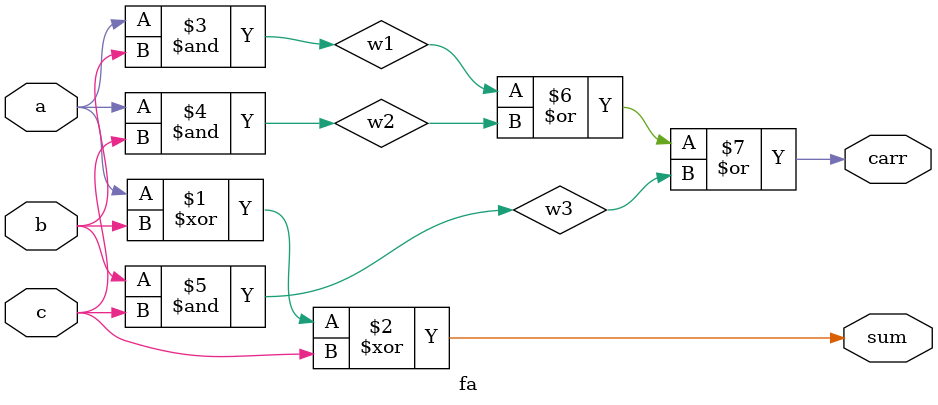
<source format=v>
module fa( input a,b,c,
output sum,carr
 );
// assign {carr,sum}=a+b+c;
wire w1,w2,w3;
xor a1(sum,a,b,c);
and a2(w1,a,b),
a4 (w2,a,c),
a3 (w3,b,c);
or a5(carr,w1,w2,w3);


endmodule

</source>
